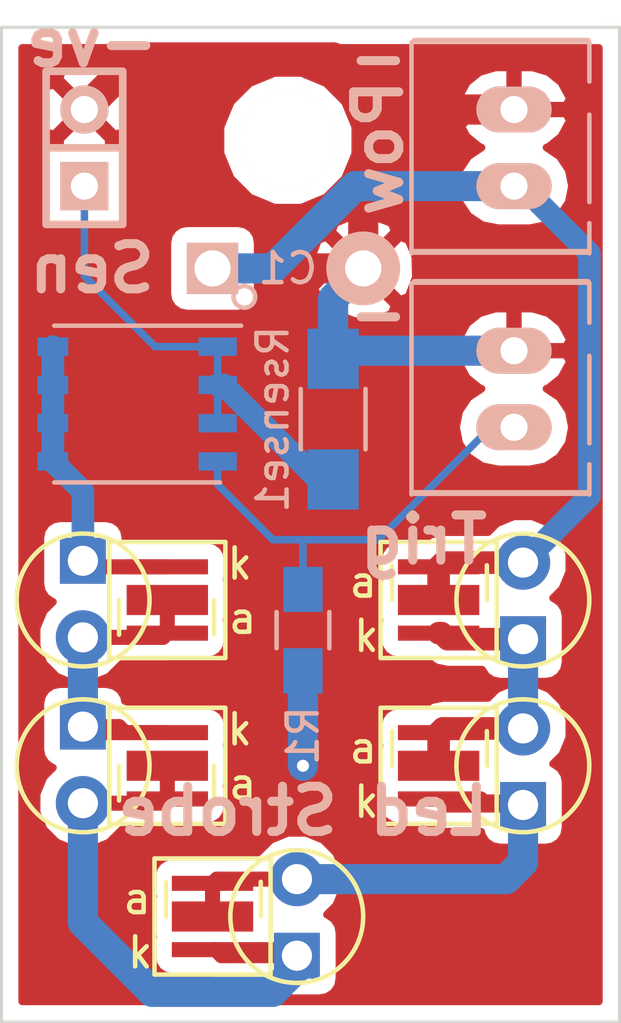
<source format=kicad_pcb>
(kicad_pcb (version 4) (host pcbnew 4.0.4-stable)

  (general
    (links 46)
    (no_connects 4)
    (area 60.442857 63.39381 87.142858 101.050001)
    (thickness 1.6)
    (drawings 14)
    (tracks 95)
    (zones 0)
    (modules 13)
    (nets 10)
  )

  (page A4)
  (layers
    (0 F.Cu signal)
    (31 B.Cu signal)
    (32 B.Adhes user)
    (33 F.Adhes user)
    (34 B.Paste user)
    (35 F.Paste user)
    (36 B.SilkS user)
    (37 F.SilkS user)
    (38 B.Mask user)
    (39 F.Mask user)
    (40 Dwgs.User user)
    (41 Cmts.User user)
    (42 Eco1.User user)
    (43 Eco2.User user)
    (44 Edge.Cuts user)
    (45 Margin user)
    (46 B.CrtYd user)
    (47 F.CrtYd user)
    (48 B.Fab user)
    (49 F.Fab user)
  )

  (setup
    (last_trace_width 1)
    (user_trace_width 0.5)
    (user_trace_width 0.75)
    (user_trace_width 1)
    (trace_clearance 0.2)
    (zone_clearance 0.508)
    (zone_45_only no)
    (trace_min 0.2)
    (segment_width 0.2)
    (edge_width 0.1)
    (via_size 0.75)
    (via_drill 0.4)
    (via_min_size 0.4)
    (via_min_drill 0.3)
    (uvia_size 0.75)
    (uvia_drill 0.4)
    (uvias_allowed no)
    (uvia_min_size 0.2)
    (uvia_min_drill 0.1)
    (pcb_text_width 0.3)
    (pcb_text_size 1.5 1.5)
    (mod_edge_width 0.15)
    (mod_text_size 1 1)
    (mod_text_width 0.15)
    (pad_size 2.2 2.2)
    (pad_drill 1.2)
    (pad_to_mask_clearance 0)
    (aux_axis_origin 0 0)
    (visible_elements FFFFFF7F)
    (pcbplotparams
      (layerselection 0x010f0_80000001)
      (usegerberextensions true)
      (excludeedgelayer true)
      (linewidth 0.100000)
      (plotframeref false)
      (viasonmask false)
      (mode 1)
      (useauxorigin false)
      (hpglpennumber 1)
      (hpglpenspeed 20)
      (hpglpendiameter 15)
      (hpglpenoverlay 2)
      (psnegative false)
      (psa4output false)
      (plotreference true)
      (plotvalue false)
      (plotinvisibletext false)
      (padsonsilk false)
      (subtractmaskfromsilk false)
      (outputformat 1)
      (mirror false)
      (drillshape 0)
      (scaleselection 1)
      (outputdirectory Gerber/))
  )

  (net 0 "")
  (net 1 GND)
  (net 2 /Vcc)
  (net 3 "Net-(D1-Pad1)")
  (net 4 "Net-(D2-Pad1)")
  (net 5 "Net-(D3-Pad1)")
  (net 6 "Net-(D4-Pad1)")
  (net 7 /Trig)
  (net 8 "Net-(JP1-Pad1)")
  (net 9 "Net-(D5-Pad1)")

  (net_class Default "This is the default net class."
    (clearance 0.2)
    (trace_width 0.6)
    (via_dia 0.75)
    (via_drill 0.4)
    (uvia_dia 0.75)
    (uvia_drill 0.4)
    (add_net /Vcc)
    (add_net GND)
    (add_net "Net-(D1-Pad1)")
    (add_net "Net-(D2-Pad1)")
    (add_net "Net-(D3-Pad1)")
    (add_net "Net-(D4-Pad1)")
    (add_net "Net-(D5-Pad1)")
  )

  (net_class Thin ""
    (clearance 0.2)
    (trace_width 0.25)
    (via_dia 0.75)
    (via_drill 0.4)
    (uvia_dia 0.75)
    (uvia_drill 0.4)
    (add_net /Trig)
    (add_net "Net-(JP1-Pad1)")
  )

  (module SMD_Mine:C_Radial_P5_NoCan (layer B.Cu) (tedit 57F412AE) (tstamp 57F40308)
    (at 68 76)
    (descr "Radial Electrolytic Capacitor Diameter 12.5mm x Length 25mm, Pitch 5mm")
    (tags "Electrolytic Capacitor")
    (path /57F3CAC4)
    (fp_text reference C1 (at 2.5 0) (layer B.SilkS)
      (effects (font (size 1 1) (thickness 0.15)) (justify mirror))
    )
    (fp_text value CP (at 2.794 -4.318) (layer B.Fab)
      (effects (font (size 1 1) (thickness 0.15)) (justify mirror))
    )
    (fp_circle (center 5 0) (end 5 1.15) (layer B.SilkS) (width 0.15))
    (pad 2 thru_hole circle (at 5 0) (size 2.2 2.2) (drill 1.2) (layers *.Cu *.Mask B.SilkS)
      (net 1 GND))
    (pad 1 thru_hole rect (at 0 0) (size 1.7 1.7) (drill 1.2) (layers *.Cu *.Mask B.SilkS)
      (net 2 /Vcc))
    (model Capacitors_ThroughHole.3dshapes/C_Radial_D12.5_L25_P5.wrl
      (at (xyz 0 0 0))
      (scale (xyz 1 1 1))
      (rotate (xyz 0 0 0))
    )
  )

  (module SMD_Mine:Led-Composite (layer F.Cu) (tedit 57F4134E) (tstamp 57F4031C)
    (at 75.5 87 180)
    (path /57F2A564)
    (fp_text reference D1 (at 0.1 3 180) (layer F.SilkS) hide
      (effects (font (size 1 1) (thickness 0.15)))
    )
    (fp_text value LED (at 0 4.65 180) (layer F.Fab) hide
      (effects (font (size 1 1) (thickness 0.15)))
    )
    (fp_circle (center -2.794 0) (end -2.921 2.2) (layer F.SilkS) (width 0.15))
    (fp_line (start -1.6 0) (end -1.6 1.15) (layer F.SilkS) (width 0.15))
    (fp_line (start 1.55 0) (end 1.55 1.15) (layer F.SilkS) (width 0.15))
    (fp_text user k (at 2.4 -1.2 180) (layer F.SilkS)
      (effects (font (size 1 1) (thickness 0.15)))
    )
    (fp_text user a (at 2.5 0.6 180) (layer F.SilkS)
      (effects (font (size 1 1) (thickness 0.15)))
    )
    (fp_line (start 1.925 1.925) (end 1.925 -1.925) (layer F.SilkS) (width 0.15))
    (fp_line (start 1.925 -1.925) (end -1.925 -1.925) (layer F.SilkS) (width 0.15))
    (fp_line (start -1.925 -1.925) (end -1.925 1.925) (layer F.SilkS) (width 0.15))
    (fp_line (start -1.925 1.925) (end 1.925 1.925) (layer F.SilkS) (width 0.15))
    (pad 2 smd rect (at 0 0 180) (size 2.7 1) (layers F.Cu F.Paste F.Mask)
      (net 2 /Vcc))
    (pad 2 smd rect (at 0 1.1 180) (size 2.7 0.5) (layers F.Cu F.Paste F.Mask)
      (net 2 /Vcc))
    (pad 1 smd rect (at 0 -1.1 180) (size 2.7 0.5) (layers F.Cu F.Paste F.Mask)
      (net 3 "Net-(D1-Pad1)"))
    (pad 1 thru_hole rect (at -2.8 -1.3 180) (size 1.524 1.524) (drill 1) (layers *.Cu *.Mask)
      (net 3 "Net-(D1-Pad1)"))
    (pad 2 thru_hole circle (at -2.8 1.24 180) (size 1.8 1.8) (drill 1) (layers *.Cu *.Mask)
      (net 2 /Vcc))
    (pad 1 smd rect (at -1.4 -1.1 180) (size 1.5 0.3) (layers F.Cu F.Paste F.Mask)
      (net 3 "Net-(D1-Pad1)"))
    (pad 2 smd rect (at -1.5 1.15 180) (size 1.5 0.3) (layers F.Cu F.Paste F.Mask)
      (net 2 /Vcc))
  )

  (module SMD_Mine:Led-Composite (layer F.Cu) (tedit 57F41369) (tstamp 57F40330)
    (at 75.5 92.5 180)
    (path /57F3D2A7)
    (fp_text reference D2 (at 0.1 3 180) (layer F.SilkS) hide
      (effects (font (size 1 1) (thickness 0.15)))
    )
    (fp_text value LED (at 0 4.65 180) (layer F.Fab) hide
      (effects (font (size 1 1) (thickness 0.15)))
    )
    (fp_circle (center -2.794 0) (end -2.921 2.2) (layer F.SilkS) (width 0.15))
    (fp_line (start -1.6 0) (end -1.6 1.15) (layer F.SilkS) (width 0.15))
    (fp_line (start 1.55 0) (end 1.55 1.15) (layer F.SilkS) (width 0.15))
    (fp_text user k (at 2.4 -1.2 180) (layer F.SilkS)
      (effects (font (size 1 1) (thickness 0.15)))
    )
    (fp_text user a (at 2.5 0.6 180) (layer F.SilkS)
      (effects (font (size 1 1) (thickness 0.15)))
    )
    (fp_line (start 1.925 1.925) (end 1.925 -1.925) (layer F.SilkS) (width 0.15))
    (fp_line (start 1.925 -1.925) (end -1.925 -1.925) (layer F.SilkS) (width 0.15))
    (fp_line (start -1.925 -1.925) (end -1.925 1.925) (layer F.SilkS) (width 0.15))
    (fp_line (start -1.925 1.925) (end 1.925 1.925) (layer F.SilkS) (width 0.15))
    (pad 2 smd rect (at 0 0 180) (size 2.7 1) (layers F.Cu F.Paste F.Mask)
      (net 3 "Net-(D1-Pad1)"))
    (pad 2 smd rect (at 0 1.1 180) (size 2.7 0.5) (layers F.Cu F.Paste F.Mask)
      (net 3 "Net-(D1-Pad1)"))
    (pad 1 smd rect (at 0 -1.1 180) (size 2.7 0.5) (layers F.Cu F.Paste F.Mask)
      (net 4 "Net-(D2-Pad1)"))
    (pad 1 thru_hole rect (at -2.8 -1.3 180) (size 1.524 1.524) (drill 1) (layers *.Cu *.Mask)
      (net 4 "Net-(D2-Pad1)"))
    (pad 2 thru_hole circle (at -2.8 1.24 180) (size 1.8 1.8) (drill 1) (layers *.Cu *.Mask)
      (net 3 "Net-(D1-Pad1)"))
    (pad 1 smd rect (at -1.4 -1.1 180) (size 1.5 0.3) (layers F.Cu F.Paste F.Mask)
      (net 4 "Net-(D2-Pad1)"))
    (pad 2 smd rect (at -1.5 1.15 180) (size 1.5 0.3) (layers F.Cu F.Paste F.Mask)
      (net 3 "Net-(D1-Pad1)"))
  )

  (module SMD_Mine:Led-Composite (layer F.Cu) (tedit 57F41373) (tstamp 57F40344)
    (at 68 97.5 180)
    (path /57F3D36B)
    (fp_text reference D3 (at 0.1 3 180) (layer F.SilkS) hide
      (effects (font (size 1 1) (thickness 0.15)))
    )
    (fp_text value LED (at 0 4.65 180) (layer F.Fab) hide
      (effects (font (size 1 1) (thickness 0.15)))
    )
    (fp_circle (center -2.794 0) (end -2.921 2.2) (layer F.SilkS) (width 0.15))
    (fp_line (start -1.6 0) (end -1.6 1.15) (layer F.SilkS) (width 0.15))
    (fp_line (start 1.55 0) (end 1.55 1.15) (layer F.SilkS) (width 0.15))
    (fp_text user k (at 2.4 -1.2 180) (layer F.SilkS)
      (effects (font (size 1 1) (thickness 0.15)))
    )
    (fp_text user a (at 2.5 0.6 180) (layer F.SilkS)
      (effects (font (size 1 1) (thickness 0.15)))
    )
    (fp_line (start 1.925 1.925) (end 1.925 -1.925) (layer F.SilkS) (width 0.15))
    (fp_line (start 1.925 -1.925) (end -1.925 -1.925) (layer F.SilkS) (width 0.15))
    (fp_line (start -1.925 -1.925) (end -1.925 1.925) (layer F.SilkS) (width 0.15))
    (fp_line (start -1.925 1.925) (end 1.925 1.925) (layer F.SilkS) (width 0.15))
    (pad 2 smd rect (at 0 0 180) (size 2.7 1) (layers F.Cu F.Paste F.Mask)
      (net 4 "Net-(D2-Pad1)"))
    (pad 2 smd rect (at 0 1.1 180) (size 2.7 0.5) (layers F.Cu F.Paste F.Mask)
      (net 4 "Net-(D2-Pad1)"))
    (pad 1 smd rect (at 0 -1.1 180) (size 2.7 0.5) (layers F.Cu F.Paste F.Mask)
      (net 5 "Net-(D3-Pad1)"))
    (pad 1 thru_hole rect (at -2.8 -1.3 180) (size 1.524 1.524) (drill 1) (layers *.Cu *.Mask)
      (net 5 "Net-(D3-Pad1)"))
    (pad 2 thru_hole circle (at -2.8 1.24 180) (size 1.8 1.8) (drill 1) (layers *.Cu *.Mask)
      (net 4 "Net-(D2-Pad1)"))
    (pad 1 smd rect (at -1.4 -1.1 180) (size 1.5 0.3) (layers F.Cu F.Paste F.Mask)
      (net 5 "Net-(D3-Pad1)"))
    (pad 2 smd rect (at -1.5 1.15 180) (size 1.5 0.3) (layers F.Cu F.Paste F.Mask)
      (net 4 "Net-(D2-Pad1)"))
  )

  (module SMD_Mine:Led-Composite (layer F.Cu) (tedit 57F41399) (tstamp 57F40358)
    (at 66.5 92.5)
    (path /57F3D409)
    (fp_text reference D4 (at 0.1 3) (layer F.SilkS) hide
      (effects (font (size 1 1) (thickness 0.15)))
    )
    (fp_text value LED (at 0 4.65) (layer F.Fab) hide
      (effects (font (size 1 1) (thickness 0.15)))
    )
    (fp_circle (center -2.794 0) (end -2.921 2.2) (layer F.SilkS) (width 0.15))
    (fp_line (start -1.6 0) (end -1.6 1.15) (layer F.SilkS) (width 0.15))
    (fp_line (start 1.55 0) (end 1.55 1.15) (layer F.SilkS) (width 0.15))
    (fp_text user k (at 2.4 -1.2) (layer F.SilkS)
      (effects (font (size 1 1) (thickness 0.15)))
    )
    (fp_text user a (at 2.5 0.6) (layer F.SilkS)
      (effects (font (size 1 1) (thickness 0.15)))
    )
    (fp_line (start 1.925 1.925) (end 1.925 -1.925) (layer F.SilkS) (width 0.15))
    (fp_line (start 1.925 -1.925) (end -1.925 -1.925) (layer F.SilkS) (width 0.15))
    (fp_line (start -1.925 -1.925) (end -1.925 1.925) (layer F.SilkS) (width 0.15))
    (fp_line (start -1.925 1.925) (end 1.925 1.925) (layer F.SilkS) (width 0.15))
    (pad 2 smd rect (at 0 0) (size 2.7 1) (layers F.Cu F.Paste F.Mask)
      (net 5 "Net-(D3-Pad1)"))
    (pad 2 smd rect (at 0 1.1) (size 2.7 0.5) (layers F.Cu F.Paste F.Mask)
      (net 5 "Net-(D3-Pad1)"))
    (pad 1 smd rect (at 0 -1.1) (size 2.7 0.5) (layers F.Cu F.Paste F.Mask)
      (net 6 "Net-(D4-Pad1)"))
    (pad 1 thru_hole rect (at -2.8 -1.3) (size 1.524 1.524) (drill 1) (layers *.Cu *.Mask)
      (net 6 "Net-(D4-Pad1)"))
    (pad 2 thru_hole circle (at -2.8 1.24) (size 1.8 1.8) (drill 1) (layers *.Cu *.Mask)
      (net 5 "Net-(D3-Pad1)"))
    (pad 1 smd rect (at -1.4 -1.1) (size 1.5 0.3) (layers F.Cu F.Paste F.Mask)
      (net 6 "Net-(D4-Pad1)"))
    (pad 2 smd rect (at -1.5 1.15) (size 1.5 0.3) (layers F.Cu F.Paste F.Mask)
      (net 5 "Net-(D3-Pad1)"))
  )

  (module SMD_Mine:Led-Composite (layer F.Cu) (tedit 57F41392) (tstamp 57F4036C)
    (at 66.5 87)
    (path /57F3D44A)
    (fp_text reference D5 (at 0.1 3) (layer F.SilkS) hide
      (effects (font (size 1 1) (thickness 0.15)))
    )
    (fp_text value LED (at 0 4.65) (layer F.Fab) hide
      (effects (font (size 1 1) (thickness 0.15)))
    )
    (fp_circle (center -2.794 0) (end -2.921 2.2) (layer F.SilkS) (width 0.15))
    (fp_line (start -1.6 0) (end -1.6 1.15) (layer F.SilkS) (width 0.15))
    (fp_line (start 1.55 0) (end 1.55 1.15) (layer F.SilkS) (width 0.15))
    (fp_text user k (at 2.4 -1.2) (layer F.SilkS)
      (effects (font (size 1 1) (thickness 0.15)))
    )
    (fp_text user a (at 2.5 0.6) (layer F.SilkS)
      (effects (font (size 1 1) (thickness 0.15)))
    )
    (fp_line (start 1.925 1.925) (end 1.925 -1.925) (layer F.SilkS) (width 0.15))
    (fp_line (start 1.925 -1.925) (end -1.925 -1.925) (layer F.SilkS) (width 0.15))
    (fp_line (start -1.925 -1.925) (end -1.925 1.925) (layer F.SilkS) (width 0.15))
    (fp_line (start -1.925 1.925) (end 1.925 1.925) (layer F.SilkS) (width 0.15))
    (pad 2 smd rect (at 0 0) (size 2.7 1) (layers F.Cu F.Paste F.Mask)
      (net 6 "Net-(D4-Pad1)"))
    (pad 2 smd rect (at 0 1.1) (size 2.7 0.5) (layers F.Cu F.Paste F.Mask)
      (net 6 "Net-(D4-Pad1)"))
    (pad 1 smd rect (at 0 -1.1) (size 2.7 0.5) (layers F.Cu F.Paste F.Mask)
      (net 9 "Net-(D5-Pad1)"))
    (pad 1 thru_hole rect (at -2.8 -1.3) (size 1.524 1.524) (drill 1) (layers *.Cu *.Mask)
      (net 9 "Net-(D5-Pad1)"))
    (pad 2 thru_hole circle (at -2.8 1.24) (size 1.8 1.8) (drill 1) (layers *.Cu *.Mask)
      (net 6 "Net-(D4-Pad1)"))
    (pad 1 smd rect (at -1.4 -1.1) (size 1.5 0.3) (layers F.Cu F.Paste F.Mask)
      (net 9 "Net-(D5-Pad1)"))
    (pad 2 smd rect (at -1.5 1.15) (size 1.5 0.3) (layers F.Cu F.Paste F.Mask)
      (net 6 "Net-(D4-Pad1)"))
  )

  (module JST:JST-XH2 (layer B.Cu) (tedit 57F412C9) (tstamp 57F40379)
    (at 78 72)
    (tags "JST XH")
    (path /57F2A5E5)
    (fp_text reference P1 (at 0 -6) (layer B.SilkS) hide
      (effects (font (size 1.2 1.2) (thickness 0.2)) (justify mirror))
    )
    (fp_text value P_In (at 0 6) (layer B.SilkS) hide
      (effects (font (size 1.2 1.2) (thickness 0.2)) (justify mirror))
    )
    (fp_line (start 2.5 1.8) (end 2.5 -1.1) (layer B.SilkS) (width 0.15))
    (fp_line (start 2.5 3.5) (end 2.5 2.5) (layer B.SilkS) (width 0.15))
    (fp_line (start 2.5 -3.5) (end 2.5 -2.2) (layer B.SilkS) (width 0.15))
    (fp_line (start -3.4 3.5) (end -3.4 -3.4) (layer B.SilkS) (width 0.15))
    (fp_line (start -3.4 -3.4) (end -3.4 -3.5) (layer B.SilkS) (width 0.15))
    (fp_line (start -3.3 3.452) (end 2.45 3.452) (layer B.SilkS) (width 0.2))
    (fp_line (start 2.45 -3.552) (end -3.3 -3.552) (layer B.SilkS) (width 0.2))
    (pad 1 thru_hole oval (at 0 1.27) (size 2.5 1.524) (drill 0.9) (layers *.Cu *.Mask B.SilkS)
      (net 2 /Vcc))
    (pad 2 thru_hole oval (at 0 -1.27) (size 2.5 1.524) (drill 0.9) (layers *.Cu *.Mask B.SilkS)
      (net 1 GND))
  )

  (module JST:JST-XH2 (layer B.Cu) (tedit 57F41362) (tstamp 57F40393)
    (at 78 80)
    (tags "JST XH")
    (path /57F3D905)
    (fp_text reference P3 (at 0 -6) (layer B.SilkS) hide
      (effects (font (size 1.2 1.2) (thickness 0.2)) (justify mirror))
    )
    (fp_text value Trig_In (at 6 6.5) (layer B.SilkS) hide
      (effects (font (size 1.2 1.2) (thickness 0.2)) (justify mirror))
    )
    (fp_line (start 2.5 1.8) (end 2.5 -1.1) (layer B.SilkS) (width 0.15))
    (fp_line (start 2.5 3.5) (end 2.5 2.5) (layer B.SilkS) (width 0.15))
    (fp_line (start 2.5 -3.5) (end 2.5 -2.2) (layer B.SilkS) (width 0.15))
    (fp_line (start -3.4 3.5) (end -3.4 -3.4) (layer B.SilkS) (width 0.15))
    (fp_line (start -3.4 -3.4) (end -3.4 -3.5) (layer B.SilkS) (width 0.15))
    (fp_line (start -3.3 3.452) (end 2.45 3.452) (layer B.SilkS) (width 0.2))
    (fp_line (start 2.45 -3.552) (end -3.3 -3.552) (layer B.SilkS) (width 0.2))
    (pad 1 thru_hole oval (at 0 1.27) (size 2.5 1.524) (drill 0.9) (layers *.Cu *.Mask B.SilkS)
      (net 7 /Trig))
    (pad 2 thru_hole oval (at 0 -1.27) (size 2.5 1.524) (drill 0.9) (layers *.Cu *.Mask B.SilkS)
      (net 1 GND))
  )

  (module SMD_Mine:SO-8_NFET (layer B.Cu) (tedit 57F41509) (tstamp 57F403B3)
    (at 65.5 80.5 180)
    (descr "SO-8 NFET")
    (tags "SO-8 NFET")
    (path /57F2B9C6)
    (attr smd)
    (fp_text reference Q1 (at 0 3.5 180) (layer B.SilkS) hide
      (effects (font (size 1 1) (thickness 0.15)) (justify mirror))
    )
    (fp_text value Q_NMOS_SGD (at 0 -3.5 180) (layer B.Fab) hide
      (effects (font (size 1 1) (thickness 0.15)) (justify mirror))
    )
    (fp_circle (center -3.556 3.556) (end -3.302 3.302) (layer B.SilkS) (width 0.15))
    (fp_line (start -3.55 2.75) (end -3.55 -2.75) (layer B.CrtYd) (width 0.05))
    (fp_line (start 3.55 2.75) (end 3.55 -2.75) (layer B.CrtYd) (width 0.05))
    (fp_line (start -3.55 2.75) (end 3.55 2.75) (layer B.CrtYd) (width 0.05))
    (fp_line (start -3.55 -2.75) (end 3.55 -2.75) (layer B.CrtYd) (width 0.05))
    (fp_line (start -3.45 2.6) (end 2.75 2.6) (layer B.SilkS) (width 0.15))
    (fp_line (start -2.75 -2.6) (end 2.75 -2.6) (layer B.SilkS) (width 0.15))
    (pad 1 smd rect (at -2.67 1.905 180) (size 1.27 0.61) (layers B.Cu B.Paste B.Mask)
      (net 8 "Net-(JP1-Pad1)"))
    (pad 1 smd rect (at -2.67 0.635 180) (size 1.27 0.61) (layers B.Cu B.Paste B.Mask)
      (net 8 "Net-(JP1-Pad1)"))
    (pad 1 smd rect (at -2.67 -0.635 180) (size 1.27 0.61) (layers B.Cu B.Paste B.Mask)
      (net 8 "Net-(JP1-Pad1)"))
    (pad 2 smd rect (at -2.67 -1.905 180) (size 1.27 0.61) (layers B.Cu B.Paste B.Mask)
      (net 7 /Trig))
    (pad 3 smd rect (at 2.795 -1.905 180) (size 1.02 0.61) (layers B.Cu B.Paste B.Mask)
      (net 9 "Net-(D5-Pad1)"))
    (pad 3 smd rect (at 2.795 -0.635 180) (size 1.02 0.61) (layers B.Cu B.Paste B.Mask)
      (net 9 "Net-(D5-Pad1)"))
    (pad 3 smd rect (at 2.795 0.635 180) (size 1.02 0.61) (layers B.Cu B.Paste B.Mask)
      (net 9 "Net-(D5-Pad1)"))
    (pad 3 smd rect (at 2.795 1.905 180) (size 1.02 0.61) (layers B.Cu B.Paste B.Mask)
      (net 9 "Net-(D5-Pad1)"))
  )

  (module Resistors_SMD:R_0805_HandSoldering (layer B.Cu) (tedit 57F4131F) (tstamp 57F403BF)
    (at 71 88 270)
    (descr "Resistor SMD 0805, hand soldering")
    (tags "resistor 0805")
    (path /57F3D6E1)
    (attr smd)
    (fp_text reference R1 (at 3.5 0 270) (layer B.SilkS)
      (effects (font (size 1 1) (thickness 0.15)) (justify mirror))
    )
    (fp_text value 10k (at 0 -2.1 270) (layer B.Fab) hide
      (effects (font (size 1 1) (thickness 0.15)) (justify mirror))
    )
    (fp_line (start -2.4 1) (end 2.4 1) (layer B.CrtYd) (width 0.05))
    (fp_line (start -2.4 -1) (end 2.4 -1) (layer B.CrtYd) (width 0.05))
    (fp_line (start -2.4 1) (end -2.4 -1) (layer B.CrtYd) (width 0.05))
    (fp_line (start 2.4 1) (end 2.4 -1) (layer B.CrtYd) (width 0.05))
    (fp_line (start 0.6 -0.875) (end -0.6 -0.875) (layer B.SilkS) (width 0.15))
    (fp_line (start -0.6 0.875) (end 0.6 0.875) (layer B.SilkS) (width 0.15))
    (pad 1 smd rect (at -1.35 0 270) (size 1.5 1.3) (layers B.Cu B.Paste B.Mask)
      (net 7 /Trig))
    (pad 2 smd rect (at 1.35 0 270) (size 1.5 1.3) (layers B.Cu B.Paste B.Mask)
      (net 1 GND))
    (model Resistors_SMD.3dshapes/R_0805_HandSoldering.wrl
      (at (xyz 0 0 0))
      (scale (xyz 1 1 1))
      (rotate (xyz 0 0 0))
    )
  )

  (module Resistors_SMD:R_1206_HandSoldering (layer B.Cu) (tedit 57F41569) (tstamp 57F403CB)
    (at 72 81 90)
    (descr "Resistor SMD 1206, hand soldering")
    (tags "resistor 1206")
    (path /57F3D1D2)
    (attr smd)
    (fp_text reference Rsense1 (at 0 -2 90) (layer B.SilkS)
      (effects (font (size 1 1) (thickness 0.15)) (justify mirror))
    )
    (fp_text value R100 (at 0 -2.3 90) (layer B.Fab) hide
      (effects (font (size 1 1) (thickness 0.15)) (justify mirror))
    )
    (fp_line (start -3.3 1.2) (end 3.3 1.2) (layer B.CrtYd) (width 0.05))
    (fp_line (start -3.3 -1.2) (end 3.3 -1.2) (layer B.CrtYd) (width 0.05))
    (fp_line (start -3.3 1.2) (end -3.3 -1.2) (layer B.CrtYd) (width 0.05))
    (fp_line (start 3.3 1.2) (end 3.3 -1.2) (layer B.CrtYd) (width 0.05))
    (fp_line (start 1 -1.075) (end -1 -1.075) (layer B.SilkS) (width 0.15))
    (fp_line (start -1 1.075) (end 1 1.075) (layer B.SilkS) (width 0.15))
    (pad 1 smd rect (at -2 0 90) (size 2 1.7) (layers B.Cu B.Paste B.Mask)
      (net 8 "Net-(JP1-Pad1)"))
    (pad 2 smd rect (at 2 0 90) (size 2 1.7) (layers B.Cu B.Paste B.Mask)
      (net 1 GND))
    (model Resistors_SMD.3dshapes/R_1206_HandSoldering.wrl
      (at (xyz 0 0 0))
      (scale (xyz 1 1 1))
      (rotate (xyz 0 0 0))
    )
  )

  (module My_Pin_Headers:Pin_Header_Straight_1x02 (layer B.Cu) (tedit 57F41027) (tstamp 57F410E4)
    (at 63.75 72 90)
    (descr "1 pin")
    (tags "CONN DEV")
    (path /57F404D0)
    (fp_text reference JP1 (at 0 2.286 90) (layer B.SilkS) hide
      (effects (font (size 1.27 1.27) (thickness 0.2032)) (justify mirror))
    )
    (fp_text value Jumper_NO_Small (at 0 0 90) (layer B.SilkS) hide
      (effects (font (size 1.27 1.27) (thickness 0.2032)) (justify mirror))
    )
    (fp_line (start 0 1.27) (end 0 -1.27) (layer B.SilkS) (width 0.254))
    (fp_line (start -2.54 1.27) (end -2.54 -1.27) (layer B.SilkS) (width 0.254))
    (fp_line (start -2.54 -1.27) (end 0 -1.27) (layer B.SilkS) (width 0.254))
    (fp_line (start 0 -1.27) (end 2.54 -1.27) (layer B.SilkS) (width 0.254))
    (fp_line (start 2.54 -1.27) (end 2.54 1.27) (layer B.SilkS) (width 0.254))
    (fp_line (start 2.54 1.27) (end -2.54 1.27) (layer B.SilkS) (width 0.254))
    (pad 1 thru_hole rect (at -1.27 0 90) (size 1.6 1.6) (drill 0.9) (layers *.Cu *.Mask B.SilkS)
      (net 8 "Net-(JP1-Pad1)"))
    (pad 2 thru_hole circle (at 1.27 0 90) (size 1.6 1.6) (drill 0.9) (layers *.Cu *.Mask B.SilkS)
      (net 1 GND))
    (model Pin_Headers/Pin_Header_Straight_1x02.wrl
      (at (xyz 0 0 0))
      (scale (xyz 1 1 1))
      (rotate (xyz 0 0 0))
    )
  )

  (module Mounting_Holes:MountingHole_3.2mm_M3 (layer F.Cu) (tedit 57F41020) (tstamp 57F411B4)
    (at 70.5 71.75)
    (descr "Mounting Hole 3.2mm, no annular, M3")
    (tags "mounting hole 3.2mm no annular m3")
    (fp_text reference REF** (at 0 -4.2) (layer F.SilkS) hide
      (effects (font (size 1 1) (thickness 0.15)))
    )
    (fp_text value MountingHole_3.2mm_M3 (at 0 4.2) (layer F.Fab) hide
      (effects (font (size 1 1) (thickness 0.15)))
    )
    (fp_circle (center 0 0) (end 3.2 0) (layer Cmts.User) (width 0.15))
    (fp_circle (center 0 0) (end 3.45 0) (layer F.CrtYd) (width 0.05))
    (pad 1 np_thru_hole circle (at 0 0) (size 3.2 3.2) (drill 3.2) (layers *.Cu *.Mask F.SilkS))
  )

  (gr_text - (at 73.5 77.5) (layer B.SilkS)
    (effects (font (size 1.5 1.5) (thickness 0.3)) (justify mirror))
  )
  (gr_text - (at 73.5 69) (layer B.SilkS)
    (effects (font (size 1.5 1.5) (thickness 0.3)) (justify mirror))
  )
  (gr_text "Led Strobe" (at 71 94) (layer B.SilkS)
    (effects (font (size 1.5 1.5) (thickness 0.3)) (justify mirror))
  )
  (gr_text Trig (at 75 85) (layer B.SilkS)
    (effects (font (size 1.5 1.5) (thickness 0.3)) (justify mirror))
  )
  (gr_text Pow (at 73.5 72 90) (layer B.SilkS)
    (effects (font (size 1.5 1.5) (thickness 0.3)) (justify mirror))
  )
  (gr_text -ve (at 64 68.5) (layer B.SilkS)
    (effects (font (size 1.5 1.5) (thickness 0.3)) (justify mirror))
  )
  (gr_text Sen (at 64 76) (layer B.SilkS)
    (effects (font (size 1.5 1.5) (thickness 0.3)) (justify mirror))
  )
  (gr_line (start 61 68) (end 62 68) (angle 90) (layer Edge.Cuts) (width 0.1))
  (gr_line (start 61 101) (end 61 68) (angle 90) (layer Edge.Cuts) (width 0.1))
  (gr_line (start 61.5 101) (end 61 101) (angle 90) (layer Edge.Cuts) (width 0.1))
  (gr_line (start 81.5 101) (end 61.5 101) (angle 90) (layer Edge.Cuts) (width 0.1))
  (gr_line (start 81.5 68) (end 81.5 101) (angle 90) (layer Edge.Cuts) (width 0.1))
  (gr_line (start 61.5 68) (end 81.5 68) (angle 90) (layer Edge.Cuts) (width 0.1))
  (gr_line (start 61 68) (end 81 68) (angle 90) (layer Edge.Cuts) (width 0.1))

  (segment (start 71 89.35) (end 71 92.5) (width 1) (layer B.Cu) (net 1))
  (segment (start 71.5 76) (end 73 76) (width 1) (layer F.Cu) (net 1) (tstamp 57F416F3))
  (segment (start 71 76.5) (end 71.5 76) (width 1) (layer F.Cu) (net 1) (tstamp 57F416F2))
  (segment (start 71 92.5) (end 71 76.5) (width 1) (layer F.Cu) (net 1) (tstamp 57F416F1))
  (via (at 71 92.5) (size 0.75) (drill 0.4) (layers F.Cu B.Cu) (net 1))
  (segment (start 78 78.73) (end 72.27 78.73) (width 1) (layer B.Cu) (net 1))
  (segment (start 72.27 78.73) (end 72 79) (width 1) (layer B.Cu) (net 1) (tstamp 57F4157D))
  (segment (start 78 70.73) (end 73.73 70.73) (width 1) (layer F.Cu) (net 1))
  (segment (start 65.48 69) (end 63.75 70.73) (width 1) (layer F.Cu) (net 1) (tstamp 57F4155B))
  (segment (start 72 69) (end 65.48 69) (width 1) (layer F.Cu) (net 1) (tstamp 57F4155A))
  (segment (start 73.73 70.73) (end 72 69) (width 1) (layer F.Cu) (net 1) (tstamp 57F41559))
  (segment (start 78 70.73) (end 76.27 70.73) (width 1) (layer F.Cu) (net 1))
  (segment (start 73 74) (end 73 76) (width 1) (layer F.Cu) (net 1) (tstamp 57F41556))
  (segment (start 76.27 70.73) (end 73 74) (width 1) (layer F.Cu) (net 1) (tstamp 57F41555))
  (segment (start 72 79) (end 72 77) (width 1) (layer B.Cu) (net 1))
  (segment (start 72 77) (end 73 76) (width 1) (layer B.Cu) (net 1) (tstamp 57F41552))
  (segment (start 72 78.5) (end 72 79) (width 0.5) (layer B.Cu) (net 1) (tstamp 57F414C3))
  (segment (start 77 85.85) (end 78.21 85.85) (width 0.5) (layer F.Cu) (net 2))
  (segment (start 78.21 85.85) (end 78.3 85.76) (width 0.5) (layer F.Cu) (net 2) (tstamp 57F41579))
  (segment (start 78 73.27) (end 78.27 73.27) (width 0.75) (layer B.Cu) (net 2))
  (segment (start 78.27 73.27) (end 80.5 75.5) (width 0.75) (layer B.Cu) (net 2) (tstamp 57F4156B))
  (segment (start 80.5 83.56) (end 78.3 85.76) (width 0.75) (layer B.Cu) (net 2) (tstamp 57F4156D))
  (segment (start 80.5 75.5) (end 80.5 83.56) (width 0.75) (layer B.Cu) (net 2) (tstamp 57F4156C))
  (segment (start 78 73.27) (end 72.73 73.27) (width 1) (layer B.Cu) (net 2))
  (segment (start 70 76) (end 68 76) (width 1) (layer B.Cu) (net 2) (tstamp 57F4155F))
  (segment (start 72.73 73.27) (end 70 76) (width 1) (layer B.Cu) (net 2) (tstamp 57F4155E))
  (segment (start 75.5 87) (end 75.5 85.9) (width 0.75) (layer F.Cu) (net 2))
  (segment (start 78.3 85.76) (end 75.64 85.76) (width 0.75) (layer F.Cu) (net 2))
  (segment (start 75.64 85.76) (end 75.5 85.9) (width 0.75) (layer F.Cu) (net 2) (tstamp 57F4143C))
  (segment (start 75.5 91.4) (end 76.95 91.4) (width 0.5) (layer F.Cu) (net 3))
  (segment (start 76.95 91.4) (end 77 91.35) (width 0.5) (layer F.Cu) (net 3) (tstamp 57F41576))
  (segment (start 75.5 91.4) (end 75.5 92.5) (width 0.75) (layer F.Cu) (net 3))
  (segment (start 78.3 91.26) (end 75.64 91.26) (width 0.75) (layer F.Cu) (net 3))
  (segment (start 75.64 91.26) (end 75.5 91.4) (width 0.75) (layer F.Cu) (net 3) (tstamp 57F41448))
  (segment (start 78.3 88.3) (end 78.3 91.26) (width 1) (layer B.Cu) (net 3))
  (segment (start 75.5 88.1) (end 75.6 88.1) (width 0.75) (layer F.Cu) (net 3))
  (segment (start 75.6 88.1) (end 75.8 88.3) (width 0.75) (layer F.Cu) (net 3) (tstamp 57F41441))
  (segment (start 75.8 88.3) (end 78.3 88.3) (width 0.75) (layer F.Cu) (net 3) (tstamp 57F41442))
  (segment (start 78.3 93.8) (end 77.1 93.8) (width 0.5) (layer F.Cu) (net 4))
  (segment (start 77.1 93.8) (end 76.9 93.6) (width 0.5) (layer F.Cu) (net 4) (tstamp 57F41573))
  (segment (start 78.3 93.8) (end 75.7 93.8) (width 0.5) (layer F.Cu) (net 4))
  (segment (start 75.7 93.8) (end 75.5 93.6) (width 0.5) (layer F.Cu) (net 4) (tstamp 57F41570))
  (segment (start 68 96.4) (end 68 97.5) (width 0.5) (layer F.Cu) (net 4))
  (segment (start 70.8 96.26) (end 68.14 96.26) (width 0.5) (layer F.Cu) (net 4))
  (segment (start 68.14 96.26) (end 68 96.4) (width 0.5) (layer F.Cu) (net 4) (tstamp 57F41462))
  (segment (start 78.3 93.8) (end 78.3 95.7) (width 1) (layer B.Cu) (net 4))
  (segment (start 78.3 95.7) (end 77.74 96.26) (width 1) (layer B.Cu) (net 4) (tstamp 57F41456))
  (segment (start 77.74 96.26) (end 70.8 96.26) (width 1) (layer B.Cu) (net 4) (tstamp 57F41457))
  (segment (start 75.5 93.6) (end 75.6 93.6) (width 0.5) (layer F.Cu) (net 4))
  (segment (start 75.6 93.6) (end 75.8 93.8) (width 0.5) (layer F.Cu) (net 4) (tstamp 57F41452))
  (segment (start 75.8 93.8) (end 78.3 93.8) (width 0.5) (layer F.Cu) (net 4) (tstamp 57F41453))
  (segment (start 66.5 92.5) (end 66.5 93.6) (width 0.5) (layer F.Cu) (net 5))
  (segment (start 63.7 93.74) (end 66.36 93.74) (width 0.5) (layer F.Cu) (net 5))
  (segment (start 66.36 93.74) (end 66.5 93.6) (width 0.5) (layer F.Cu) (net 5) (tstamp 57F4146E))
  (segment (start 69.4 98.6) (end 70.6 98.6) (width 0.5) (layer F.Cu) (net 5))
  (segment (start 70.6 98.6) (end 70.8 98.8) (width 0.5) (layer F.Cu) (net 5) (tstamp 57F4146B))
  (segment (start 68 98.6) (end 68.1 98.6) (width 0.5) (layer F.Cu) (net 5))
  (segment (start 68.1 98.6) (end 68.3 98.8) (width 0.5) (layer F.Cu) (net 5) (tstamp 57F41467))
  (segment (start 68.3 98.8) (end 70.8 98.8) (width 0.5) (layer F.Cu) (net 5) (tstamp 57F41468))
  (segment (start 70.8 98.8) (end 70.8 99.2) (width 0.5) (layer B.Cu) (net 5))
  (segment (start 70.8 99.2) (end 70 100) (width 1) (layer B.Cu) (net 5) (tstamp 57F4145A))
  (segment (start 63.7 97.7) (end 63.7 93.74) (width 1) (layer B.Cu) (net 5) (tstamp 57F4145E))
  (segment (start 66 100) (end 63.7 97.7) (width 1) (layer B.Cu) (net 5) (tstamp 57F4145C))
  (segment (start 70 100) (end 66 100) (width 1) (layer B.Cu) (net 5) (tstamp 57F4145B))
  (segment (start 66.5 88.1) (end 66.5 87) (width 0.5) (layer F.Cu) (net 6))
  (segment (start 63.7 88.24) (end 66.36 88.24) (width 0.5) (layer F.Cu) (net 6))
  (segment (start 66.36 88.24) (end 66.5 88.1) (width 0.5) (layer F.Cu) (net 6) (tstamp 57F4148D))
  (segment (start 63.7 91.2) (end 64.9 91.2) (width 0.5) (layer F.Cu) (net 6))
  (segment (start 64.9 91.2) (end 65.1 91.4) (width 0.5) (layer F.Cu) (net 6) (tstamp 57F4148A))
  (segment (start 63.7 91.2) (end 63.7 88.24) (width 1) (layer B.Cu) (net 6))
  (segment (start 66.5 91.4) (end 63.9 91.4) (width 0.5) (layer F.Cu) (net 6))
  (segment (start 63.9 91.4) (end 63.7 91.2) (width 0.5) (layer F.Cu) (net 6) (tstamp 57F41473))
  (segment (start 78 81.27) (end 77.23 81.27) (width 0.25) (layer B.Cu) (net 7))
  (segment (start 77.23 81.27) (end 73.5 85) (width 0.25) (layer B.Cu) (net 7) (tstamp 57F41566))
  (segment (start 73.5 85) (end 71 85) (width 0.25) (layer B.Cu) (net 7) (tstamp 57F41567))
  (segment (start 68.17 82.405) (end 68.17 83.17) (width 0.25) (layer B.Cu) (net 7))
  (segment (start 70 85) (end 71 85) (width 0.25) (layer B.Cu) (net 7) (tstamp 57F41420))
  (segment (start 68.17 83.17) (end 70 85) (width 0.25) (layer B.Cu) (net 7) (tstamp 57F4141F))
  (segment (start 71 85) (end 71 86.65) (width 0.25) (layer B.Cu) (net 7) (tstamp 57F4141C))
  (segment (start 63.75 76.25) (end 63.75 73.27) (width 0.25) (layer B.Cu) (net 8) (tstamp 57F4142E))
  (segment (start 68.17 78.595) (end 66.095 78.595) (width 0.25) (layer B.Cu) (net 8))
  (segment (start 66.095 78.595) (end 63.75 76.25) (width 0.25) (layer B.Cu) (net 8) (tstamp 57F4142D))
  (segment (start 68.17 79.865) (end 68.17 78.595) (width 0.25) (layer B.Cu) (net 8))
  (segment (start 68.17 81.135) (end 68.17 79.865) (width 0.25) (layer B.Cu) (net 8))
  (segment (start 72 83) (end 71.5 83) (width 0.75) (layer B.Cu) (net 8))
  (segment (start 71.5 83) (end 68.365 79.865) (width 0.75) (layer B.Cu) (net 8) (tstamp 57F41425))
  (segment (start 68.365 79.865) (end 68.17 79.865) (width 0.75) (layer B.Cu) (net 8) (tstamp 57F41426))
  (segment (start 62.705 78.595) (end 62.705 79.865) (width 0.75) (layer B.Cu) (net 9))
  (segment (start 62.705 79.865) (end 62.705 81.135) (width 0.75) (layer B.Cu) (net 9))
  (segment (start 62.705 82.405) (end 62.705 81.135) (width 0.75) (layer B.Cu) (net 9))
  (segment (start 63.7 85.7) (end 63.7 83.4) (width 0.75) (layer B.Cu) (net 9))
  (segment (start 63.7 83.4) (end 62.705 82.405) (width 0.75) (layer B.Cu) (net 9) (tstamp 57F41497))
  (segment (start 65.1 85.9) (end 63.9 85.9) (width 0.5) (layer F.Cu) (net 9))
  (segment (start 63.9 85.9) (end 63.7 85.7) (width 0.5) (layer F.Cu) (net 9) (tstamp 57F41494))
  (segment (start 66.5 85.9) (end 65.1 85.9) (width 0.5) (layer F.Cu) (net 9))

  (zone (net 1) (net_name GND) (layer F.Cu) (tstamp 57F41728) (hatch edge 0.508)
    (connect_pads (clearance 0.508))
    (min_thickness 0.254)
    (fill yes (arc_segments 16) (thermal_gap 0.508) (thermal_bridge_width 0.508))
    (polygon
      (pts
        (xy 81.5 101) (xy 61 101) (xy 61 68) (xy 81.5 68)
      )
    )
    (filled_polygon
      (pts
        (xy 80.815 100.315) (xy 61.685 100.315) (xy 61.685 96.15) (xy 66.00256 96.15) (xy 66.00256 96.65)
        (xy 66.036697 96.831424) (xy 66.00256 97) (xy 66.00256 98) (xy 66.036697 98.181424) (xy 66.00256 98.35)
        (xy 66.00256 98.85) (xy 66.046838 99.085317) (xy 66.18591 99.301441) (xy 66.39811 99.446431) (xy 66.65 99.49744)
        (xy 67.781442 99.49744) (xy 67.961325 99.617633) (xy 68.017516 99.62881) (xy 68.3 99.685001) (xy 68.300005 99.685)
        (xy 69.413704 99.685) (xy 69.434838 99.797317) (xy 69.57391 100.013441) (xy 69.78611 100.158431) (xy 70.038 100.20944)
        (xy 71.562 100.20944) (xy 71.797317 100.165162) (xy 72.013441 100.02609) (xy 72.158431 99.81389) (xy 72.20944 99.562)
        (xy 72.20944 98.038) (xy 72.165162 97.802683) (xy 72.02609 97.586559) (xy 71.81389 97.441569) (xy 71.793265 97.437392)
        (xy 72.100551 97.130643) (xy 72.334733 96.56667) (xy 72.335265 95.956009) (xy 72.102068 95.391629) (xy 71.670643 94.959449)
        (xy 71.10667 94.725267) (xy 70.496009 94.724735) (xy 69.931629 94.957932) (xy 69.513831 95.375) (xy 68.140005 95.375)
        (xy 68.14 95.374999) (xy 67.857516 95.43119) (xy 67.801325 95.442367) (xy 67.711239 95.50256) (xy 66.65 95.50256)
        (xy 66.414683 95.546838) (xy 66.198559 95.68591) (xy 66.053569 95.89811) (xy 66.00256 96.15) (xy 61.685 96.15)
        (xy 61.685 94.043991) (xy 62.164735 94.043991) (xy 62.397932 94.608371) (xy 62.829357 95.040551) (xy 63.39333 95.274733)
        (xy 64.003991 95.275265) (xy 64.568371 95.042068) (xy 64.986169 94.625) (xy 66.359995 94.625) (xy 66.36 94.625001)
        (xy 66.642484 94.56881) (xy 66.698675 94.557633) (xy 66.788761 94.49744) (xy 67.85 94.49744) (xy 68.085317 94.453162)
        (xy 68.301441 94.31409) (xy 68.446431 94.10189) (xy 68.49744 93.85) (xy 68.49744 93.35) (xy 68.463303 93.168576)
        (xy 68.49744 93) (xy 68.49744 92) (xy 68.463303 91.818576) (xy 68.49744 91.65) (xy 68.49744 91.15)
        (xy 73.50256 91.15) (xy 73.50256 91.65) (xy 73.536697 91.831424) (xy 73.50256 92) (xy 73.50256 93)
        (xy 73.536697 93.181424) (xy 73.50256 93.35) (xy 73.50256 93.85) (xy 73.546838 94.085317) (xy 73.68591 94.301441)
        (xy 73.89811 94.446431) (xy 74.15 94.49744) (xy 75.181442 94.49744) (xy 75.361325 94.617633) (xy 75.417516 94.62881)
        (xy 75.7 94.685001) (xy 75.700005 94.685) (xy 75.799995 94.685) (xy 75.8 94.685001) (xy 75.800005 94.685)
        (xy 76.913704 94.685) (xy 76.934838 94.797317) (xy 77.07391 95.013441) (xy 77.28611 95.158431) (xy 77.538 95.20944)
        (xy 79.062 95.20944) (xy 79.297317 95.165162) (xy 79.513441 95.02609) (xy 79.658431 94.81389) (xy 79.70944 94.562)
        (xy 79.70944 93.038) (xy 79.665162 92.802683) (xy 79.52609 92.586559) (xy 79.31389 92.441569) (xy 79.293265 92.437392)
        (xy 79.600551 92.130643) (xy 79.834733 91.56667) (xy 79.835265 90.956009) (xy 79.602068 90.391629) (xy 79.170643 89.959449)
        (xy 78.60667 89.725267) (xy 77.996009 89.724735) (xy 77.431629 89.957932) (xy 77.13905 90.25) (xy 75.64 90.25)
        (xy 75.25349 90.326882) (xy 74.990568 90.50256) (xy 74.15 90.50256) (xy 73.914683 90.546838) (xy 73.698559 90.68591)
        (xy 73.553569 90.89811) (xy 73.50256 91.15) (xy 68.49744 91.15) (xy 68.453162 90.914683) (xy 68.31409 90.698559)
        (xy 68.10189 90.553569) (xy 67.85 90.50256) (xy 65.418558 90.50256) (xy 65.238675 90.382367) (xy 65.182484 90.37119)
        (xy 65.09354 90.353497) (xy 65.065162 90.202683) (xy 64.92609 89.986559) (xy 64.71389 89.841569) (xy 64.462 89.79056)
        (xy 62.938 89.79056) (xy 62.702683 89.834838) (xy 62.486559 89.97391) (xy 62.341569 90.18611) (xy 62.29056 90.438)
        (xy 62.29056 91.962) (xy 62.334838 92.197317) (xy 62.47391 92.413441) (xy 62.68611 92.558431) (xy 62.706735 92.562608)
        (xy 62.399449 92.869357) (xy 62.165267 93.43333) (xy 62.164735 94.043991) (xy 61.685 94.043991) (xy 61.685 88.543991)
        (xy 62.164735 88.543991) (xy 62.397932 89.108371) (xy 62.829357 89.540551) (xy 63.39333 89.774733) (xy 64.003991 89.775265)
        (xy 64.568371 89.542068) (xy 64.986169 89.125) (xy 66.359995 89.125) (xy 66.36 89.125001) (xy 66.642484 89.06881)
        (xy 66.698675 89.057633) (xy 66.788761 88.99744) (xy 67.85 88.99744) (xy 68.085317 88.953162) (xy 68.301441 88.81409)
        (xy 68.446431 88.60189) (xy 68.49744 88.35) (xy 68.49744 87.85) (xy 68.463303 87.668576) (xy 68.49744 87.5)
        (xy 68.49744 86.5) (xy 68.463303 86.318576) (xy 68.49744 86.15) (xy 68.49744 85.65) (xy 73.50256 85.65)
        (xy 73.50256 86.15) (xy 73.536697 86.331424) (xy 73.50256 86.5) (xy 73.50256 87.5) (xy 73.536697 87.681424)
        (xy 73.50256 87.85) (xy 73.50256 88.35) (xy 73.546838 88.585317) (xy 73.68591 88.801441) (xy 73.89811 88.946431)
        (xy 74.15 88.99744) (xy 75.060094 88.99744) (xy 75.11349 89.033118) (xy 75.114455 89.03331) (xy 75.41349 89.233118)
        (xy 75.8 89.31) (xy 76.942999 89.31) (xy 77.07391 89.513441) (xy 77.28611 89.658431) (xy 77.538 89.70944)
        (xy 79.062 89.70944) (xy 79.297317 89.665162) (xy 79.513441 89.52609) (xy 79.658431 89.31389) (xy 79.70944 89.062)
        (xy 79.70944 87.538) (xy 79.665162 87.302683) (xy 79.52609 87.086559) (xy 79.31389 86.941569) (xy 79.293265 86.937392)
        (xy 79.600551 86.630643) (xy 79.834733 86.06667) (xy 79.835265 85.456009) (xy 79.602068 84.891629) (xy 79.170643 84.459449)
        (xy 78.60667 84.225267) (xy 77.996009 84.224735) (xy 77.431629 84.457932) (xy 77.13905 84.75) (xy 75.64 84.75)
        (xy 75.25349 84.826882) (xy 74.990568 85.00256) (xy 74.15 85.00256) (xy 73.914683 85.046838) (xy 73.698559 85.18591)
        (xy 73.553569 85.39811) (xy 73.50256 85.65) (xy 68.49744 85.65) (xy 68.453162 85.414683) (xy 68.31409 85.198559)
        (xy 68.10189 85.053569) (xy 67.85 85.00256) (xy 65.15 85.00256) (xy 65.10944 85.010192) (xy 65.10944 84.938)
        (xy 65.065162 84.702683) (xy 64.92609 84.486559) (xy 64.71389 84.341569) (xy 64.462 84.29056) (xy 62.938 84.29056)
        (xy 62.702683 84.334838) (xy 62.486559 84.47391) (xy 62.341569 84.68611) (xy 62.29056 84.938) (xy 62.29056 86.462)
        (xy 62.334838 86.697317) (xy 62.47391 86.913441) (xy 62.68611 87.058431) (xy 62.706735 87.062608) (xy 62.399449 87.369357)
        (xy 62.165267 87.93333) (xy 62.164735 88.543991) (xy 61.685 88.543991) (xy 61.685 81.27) (xy 76.078071 81.27)
        (xy 76.184411 81.804609) (xy 76.487243 82.257828) (xy 76.940462 82.56066) (xy 77.475071 82.667) (xy 78.524929 82.667)
        (xy 79.059538 82.56066) (xy 79.512757 82.257828) (xy 79.815589 81.804609) (xy 79.921929 81.27) (xy 79.815589 80.735391)
        (xy 79.512757 80.282172) (xy 79.076615 79.99075) (xy 79.139941 79.972059) (xy 79.56563 79.628026) (xy 79.82726 79.147277)
        (xy 79.84222 79.07307) (xy 79.71972 78.857) (xy 78.127 78.857) (xy 78.127 78.877) (xy 77.873 78.877)
        (xy 77.873 78.857) (xy 76.28028 78.857) (xy 76.15778 79.07307) (xy 76.17274 79.147277) (xy 76.43437 79.628026)
        (xy 76.860059 79.972059) (xy 76.923385 79.99075) (xy 76.487243 80.282172) (xy 76.184411 80.735391) (xy 76.078071 81.27)
        (xy 61.685 81.27) (xy 61.685 78.38693) (xy 76.15778 78.38693) (xy 76.28028 78.603) (xy 77.873 78.603)
        (xy 77.873 77.333) (xy 78.127 77.333) (xy 78.127 78.603) (xy 79.71972 78.603) (xy 79.84222 78.38693)
        (xy 79.82726 78.312723) (xy 79.56563 77.831974) (xy 79.139941 77.487941) (xy 78.615 77.333) (xy 78.127 77.333)
        (xy 77.873 77.333) (xy 77.385 77.333) (xy 76.860059 77.487941) (xy 76.43437 77.831974) (xy 76.17274 78.312723)
        (xy 76.15778 78.38693) (xy 61.685 78.38693) (xy 61.685 75.15) (xy 66.50256 75.15) (xy 66.50256 76.85)
        (xy 66.546838 77.085317) (xy 66.68591 77.301441) (xy 66.89811 77.446431) (xy 67.15 77.49744) (xy 68.85 77.49744)
        (xy 69.085317 77.453162) (xy 69.301441 77.31409) (xy 69.362403 77.224868) (xy 71.954737 77.224868) (xy 72.065641 77.502099)
        (xy 72.711593 77.745323) (xy 73.401453 77.722836) (xy 73.934359 77.502099) (xy 74.045263 77.224868) (xy 73 76.179605)
        (xy 71.954737 77.224868) (xy 69.362403 77.224868) (xy 69.446431 77.10189) (xy 69.49744 76.85) (xy 69.49744 75.711593)
        (xy 71.254677 75.711593) (xy 71.277164 76.401453) (xy 71.497901 76.934359) (xy 71.775132 77.045263) (xy 72.820395 76)
        (xy 73.179605 76) (xy 74.224868 77.045263) (xy 74.502099 76.934359) (xy 74.745323 76.288407) (xy 74.722836 75.598547)
        (xy 74.502099 75.065641) (xy 74.224868 74.954737) (xy 73.179605 76) (xy 72.820395 76) (xy 71.775132 74.954737)
        (xy 71.497901 75.065641) (xy 71.254677 75.711593) (xy 69.49744 75.711593) (xy 69.49744 75.15) (xy 69.453162 74.914683)
        (xy 69.363364 74.775132) (xy 71.954737 74.775132) (xy 73 75.820395) (xy 74.045263 74.775132) (xy 73.934359 74.497901)
        (xy 73.288407 74.254677) (xy 72.598547 74.277164) (xy 72.065641 74.497901) (xy 71.954737 74.775132) (xy 69.363364 74.775132)
        (xy 69.31409 74.698559) (xy 69.10189 74.553569) (xy 68.85 74.50256) (xy 67.15 74.50256) (xy 66.914683 74.546838)
        (xy 66.698559 74.68591) (xy 66.553569 74.89811) (xy 66.50256 75.15) (xy 61.685 75.15) (xy 61.685 72.47)
        (xy 62.30256 72.47) (xy 62.30256 74.07) (xy 62.346838 74.305317) (xy 62.48591 74.521441) (xy 62.69811 74.666431)
        (xy 62.95 74.71744) (xy 64.55 74.71744) (xy 64.785317 74.673162) (xy 65.001441 74.53409) (xy 65.146431 74.32189)
        (xy 65.19744 74.07) (xy 65.19744 72.47) (xy 65.153162 72.234683) (xy 65.126095 72.192619) (xy 68.264613 72.192619)
        (xy 68.604155 73.014372) (xy 69.232321 73.643636) (xy 70.053481 73.984611) (xy 70.942619 73.985387) (xy 71.764372 73.645845)
        (xy 72.140873 73.27) (xy 76.078071 73.27) (xy 76.184411 73.804609) (xy 76.487243 74.257828) (xy 76.940462 74.56066)
        (xy 77.475071 74.667) (xy 78.524929 74.667) (xy 79.059538 74.56066) (xy 79.512757 74.257828) (xy 79.815589 73.804609)
        (xy 79.921929 73.27) (xy 79.815589 72.735391) (xy 79.512757 72.282172) (xy 79.076615 71.99075) (xy 79.139941 71.972059)
        (xy 79.56563 71.628026) (xy 79.82726 71.147277) (xy 79.84222 71.07307) (xy 79.71972 70.857) (xy 78.127 70.857)
        (xy 78.127 70.877) (xy 77.873 70.877) (xy 77.873 70.857) (xy 76.28028 70.857) (xy 76.15778 71.07307)
        (xy 76.17274 71.147277) (xy 76.43437 71.628026) (xy 76.860059 71.972059) (xy 76.923385 71.99075) (xy 76.487243 72.282172)
        (xy 76.184411 72.735391) (xy 76.078071 73.27) (xy 72.140873 73.27) (xy 72.393636 73.017679) (xy 72.734611 72.196519)
        (xy 72.735387 71.307381) (xy 72.395845 70.485628) (xy 72.29732 70.38693) (xy 76.15778 70.38693) (xy 76.28028 70.603)
        (xy 77.873 70.603) (xy 77.873 69.333) (xy 78.127 69.333) (xy 78.127 70.603) (xy 79.71972 70.603)
        (xy 79.84222 70.38693) (xy 79.82726 70.312723) (xy 79.56563 69.831974) (xy 79.139941 69.487941) (xy 78.615 69.333)
        (xy 78.127 69.333) (xy 77.873 69.333) (xy 77.385 69.333) (xy 76.860059 69.487941) (xy 76.43437 69.831974)
        (xy 76.17274 70.312723) (xy 76.15778 70.38693) (xy 72.29732 70.38693) (xy 71.767679 69.856364) (xy 70.946519 69.515389)
        (xy 70.057381 69.514613) (xy 69.235628 69.854155) (xy 68.606364 70.482321) (xy 68.265389 71.303481) (xy 68.264613 72.192619)
        (xy 65.126095 72.192619) (xy 65.01409 72.018559) (xy 64.80189 71.873569) (xy 64.552443 71.823055) (xy 64.578139 71.737745)
        (xy 63.75 70.909605) (xy 62.921861 71.737745) (xy 62.947547 71.823022) (xy 62.714683 71.866838) (xy 62.498559 72.00591)
        (xy 62.353569 72.21811) (xy 62.30256 72.47) (xy 61.685 72.47) (xy 61.685 70.513223) (xy 62.303035 70.513223)
        (xy 62.330222 71.083454) (xy 62.496136 71.484005) (xy 62.742255 71.558139) (xy 63.570395 70.73) (xy 63.929605 70.73)
        (xy 64.757745 71.558139) (xy 65.003864 71.484005) (xy 65.196965 70.946777) (xy 65.169778 70.376546) (xy 65.003864 69.975995)
        (xy 64.757745 69.901861) (xy 63.929605 70.73) (xy 63.570395 70.73) (xy 62.742255 69.901861) (xy 62.496136 69.975995)
        (xy 62.303035 70.513223) (xy 61.685 70.513223) (xy 61.685 69.722255) (xy 62.921861 69.722255) (xy 63.75 70.550395)
        (xy 64.578139 69.722255) (xy 64.504005 69.476136) (xy 63.966777 69.283035) (xy 63.396546 69.310222) (xy 62.995995 69.476136)
        (xy 62.921861 69.722255) (xy 61.685 69.722255) (xy 61.685 68.685) (xy 80.815 68.685)
      )
    )
  )
)

</source>
